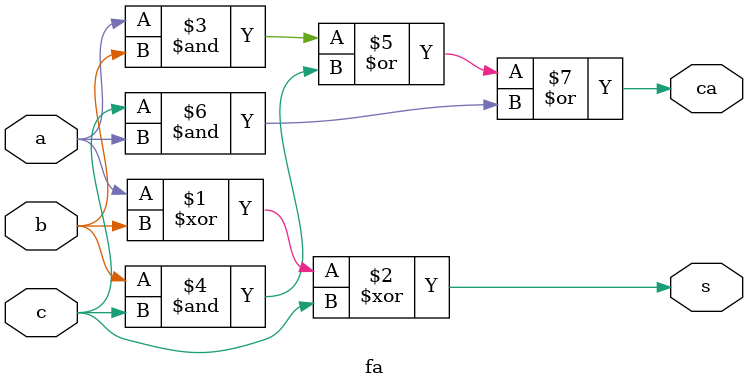
<source format=v>
module addition (a,b,cin,s,c);
 	input [3:0]a,b;
 	input cin;
 	output[3:0]s;
 	output c;
 	wire c1,c2,c3;
 	fa f1(s[0],c1,a[0],b[0],cin);
 	fa f2(s[1],c2,a[1],b[1],c1);
 	fa f3(s[2],c3,a[2],b[2],c2);
 	fa f4(s[3],c,a[3],b[3],c3);
endmodule

module fa (s,ca,a,b,c);
 	input a,b,c;
 	output s,ca;
 	assign s=a^b^c;
 	assign ca=(a&b)|(b&c)|(c&a);
endmodule

</source>
